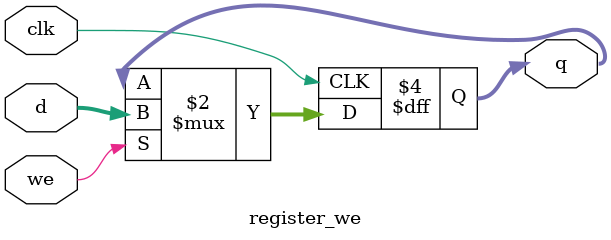
<source format=v>
`timescale 1ns / 1ps


module register_we #(parameter WORD_SIZE = 32)
                    (input [WORD_SIZE - 1 : 0] d,
                     input clk, we,
                     output reg [WORD_SIZE - 1 : 0] q);

    always @ (posedge clk) begin
        if (we)
            q <= d; 
            
    end
endmodule

</source>
